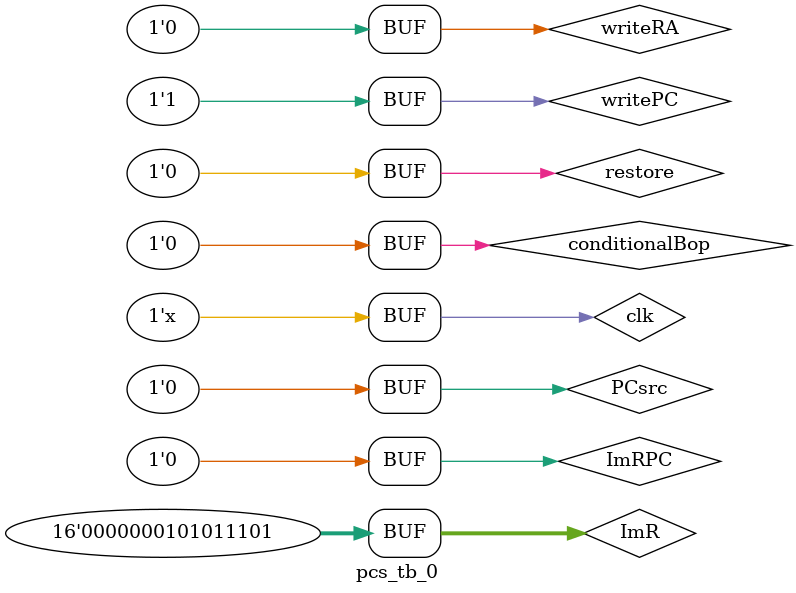
<source format=v>
`timescale 1ns / 1ps

module pcs_tb_0;

	// Inputs
	reg clk;
	reg restore;
	reg writePC;
	reg writeRA;
	reg PCsrc;
	reg ImRPC;
	reg conditionalBop;
	reg [15:0] ImR;

	// Outputs
	wire [15:0] PC;
	wire [15:0] PC_1;

	// Instantiate the Unit Under Test (UUT)
	pcs uut (
		.clk(clk),
		.restore(restore),
		.writePC(writePC), 
		.writeRA(writeRA), 
		.PCsrc(PCsrc), 
		.ImRPC(ImRPC), 
		.conditionalBop(conditionalBop), 
		.ImR(ImR), 
		.PC(PC), 
		.PC_1(PC_1),
		.RA()
	);

	initial begin
		// Initialize Inputs
		clk = 0;
		restore = 0;
		writePC = 0;
		writeRA = 0;
		PCsrc = 0;
		ImRPC = 0;
		conditionalBop = 0;
		ImR = 0;

		// Wait 100 ns for global reset to finish
		#100;
		
		writePC = 1; // Clock through some cycles
		#5;
		
		writeRA = 1; // Jump to 22
		ImR = 22;
		ImRPC = 1;
		#1;
		writeRA = 0;
		ImRPC = 0;
		#5;
		PCsrc = 1; // Return to ra
		#1;
		PCsrc = 0;
		#10;
		
		writeRA = 1; // Jump to 4096
		ImR = 4096;
		ImRPC = 1;
		#1;
		writeRA = 0;
		ImRPC = 0;
		#5;
		PCsrc = 1; // Return
		#1;
		PCsrc = 0;
		#5;
		
		writeRA = 1; // Jump to 349
		ImR = 349;
		ImRPC = 1;
		#1;
		writeRA = 0;
		ImRPC = 0;
		#5;
		PCsrc = 1; // Return
		#1;
		PCsrc = 0;
		#17;
		
		
        
		// Add stimulus here

	end
	
	always clk = #0.5 ~clk;
      
endmodule


</source>
